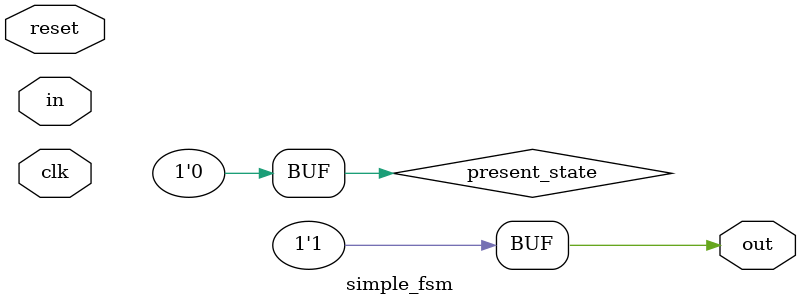
<source format=v>
module simple_fsm(clk, reset, in, out);
input clk;
input reset;
input in;
output out;
wire out;
reg present_state, next_state;
// In state 0, if in=1, stay in state 0. In state 0, if in=0, go to state 1
// In state 1, if in=1, stay in state 1. In state 1, if in=0, go to state 0
// out=1 in state 0 and out=0 in state 1

// Assign initial state
always @(*) begin
    present_state = 0;
end

// Assign next state
always @(*) begin
    next_state = present_state;
    if (present_state == 0) begin
        if (in == 0) begin
            next_state = 1;
        end
    end
    else if (present_state == 1) begin
        if (in == 0) begin
            next_state = 0;
        end
    end
end

// Assign output
always @(*) begin
    if (present_state == 0) begin
        out = 1;
    end
    else if (present_state == 1) begin
        out = 0;
    end
end

// Update state
always @(posedge clk or negedge reset) begin
    if (reset) begin
end
end
endmodule

</source>
